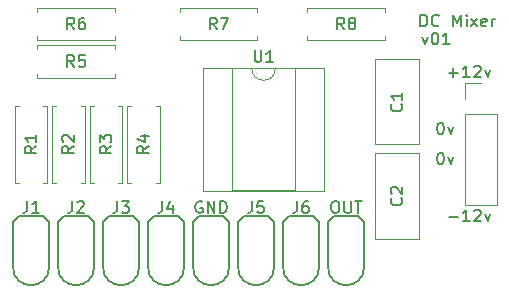
<source format=gto>
%TF.GenerationSoftware,KiCad,Pcbnew,(5.1.8-0-10_14)*%
%TF.CreationDate,2021-01-31T16:12:45+00:00*%
%TF.ProjectId,dc-mixer,64632d6d-6978-4657-922e-6b696361645f,rev?*%
%TF.SameCoordinates,Original*%
%TF.FileFunction,Legend,Top*%
%TF.FilePolarity,Positive*%
%FSLAX46Y46*%
G04 Gerber Fmt 4.6, Leading zero omitted, Abs format (unit mm)*
G04 Created by KiCad (PCBNEW (5.1.8-0-10_14)) date 2021-01-31 16:12:45*
%MOMM*%
%LPD*%
G01*
G04 APERTURE LIST*
%ADD10C,0.150000*%
%ADD11C,0.120000*%
%ADD12C,0.152400*%
G04 APERTURE END LIST*
D10*
X144859523Y-105195714D02*
X145097619Y-105862380D01*
X145335714Y-105195714D01*
X145907142Y-104862380D02*
X146002380Y-104862380D01*
X146097619Y-104910000D01*
X146145238Y-104957619D01*
X146192857Y-105052857D01*
X146240476Y-105243333D01*
X146240476Y-105481428D01*
X146192857Y-105671904D01*
X146145238Y-105767142D01*
X146097619Y-105814761D01*
X146002380Y-105862380D01*
X145907142Y-105862380D01*
X145811904Y-105814761D01*
X145764285Y-105767142D01*
X145716666Y-105671904D01*
X145669047Y-105481428D01*
X145669047Y-105243333D01*
X145716666Y-105052857D01*
X145764285Y-104957619D01*
X145811904Y-104910000D01*
X145907142Y-104862380D01*
X147192857Y-105862380D02*
X146621428Y-105862380D01*
X146907142Y-105862380D02*
X146907142Y-104862380D01*
X146811904Y-105005238D01*
X146716666Y-105100476D01*
X146621428Y-105148095D01*
X146383428Y-115022380D02*
X146478666Y-115022380D01*
X146573904Y-115070000D01*
X146621523Y-115117619D01*
X146669142Y-115212857D01*
X146716761Y-115403333D01*
X146716761Y-115641428D01*
X146669142Y-115831904D01*
X146621523Y-115927142D01*
X146573904Y-115974761D01*
X146478666Y-116022380D01*
X146383428Y-116022380D01*
X146288190Y-115974761D01*
X146240571Y-115927142D01*
X146192952Y-115831904D01*
X146145333Y-115641428D01*
X146145333Y-115403333D01*
X146192952Y-115212857D01*
X146240571Y-115117619D01*
X146288190Y-115070000D01*
X146383428Y-115022380D01*
X147050095Y-115355714D02*
X147288190Y-116022380D01*
X147526285Y-115355714D01*
X146383428Y-112482380D02*
X146478666Y-112482380D01*
X146573904Y-112530000D01*
X146621523Y-112577619D01*
X146669142Y-112672857D01*
X146716761Y-112863333D01*
X146716761Y-113101428D01*
X146669142Y-113291904D01*
X146621523Y-113387142D01*
X146573904Y-113434761D01*
X146478666Y-113482380D01*
X146383428Y-113482380D01*
X146288190Y-113434761D01*
X146240571Y-113387142D01*
X146192952Y-113291904D01*
X146145333Y-113101428D01*
X146145333Y-112863333D01*
X146192952Y-112672857D01*
X146240571Y-112577619D01*
X146288190Y-112530000D01*
X146383428Y-112482380D01*
X147050095Y-112815714D02*
X147288190Y-113482380D01*
X147526285Y-112815714D01*
X147129714Y-120467428D02*
X147891619Y-120467428D01*
X148891619Y-120848380D02*
X148320190Y-120848380D01*
X148605904Y-120848380D02*
X148605904Y-119848380D01*
X148510666Y-119991238D01*
X148415428Y-120086476D01*
X148320190Y-120134095D01*
X149272571Y-119943619D02*
X149320190Y-119896000D01*
X149415428Y-119848380D01*
X149653523Y-119848380D01*
X149748761Y-119896000D01*
X149796380Y-119943619D01*
X149844000Y-120038857D01*
X149844000Y-120134095D01*
X149796380Y-120276952D01*
X149224952Y-120848380D01*
X149844000Y-120848380D01*
X150177333Y-120181714D02*
X150415428Y-120848380D01*
X150653523Y-120181714D01*
X147129714Y-108275428D02*
X147891619Y-108275428D01*
X147510666Y-108656380D02*
X147510666Y-107894476D01*
X148891619Y-108656380D02*
X148320190Y-108656380D01*
X148605904Y-108656380D02*
X148605904Y-107656380D01*
X148510666Y-107799238D01*
X148415428Y-107894476D01*
X148320190Y-107942095D01*
X149272571Y-107751619D02*
X149320190Y-107704000D01*
X149415428Y-107656380D01*
X149653523Y-107656380D01*
X149748761Y-107704000D01*
X149796380Y-107751619D01*
X149844000Y-107846857D01*
X149844000Y-107942095D01*
X149796380Y-108084952D01*
X149224952Y-108656380D01*
X149844000Y-108656380D01*
X150177333Y-107989714D02*
X150415428Y-108656380D01*
X150653523Y-107989714D01*
X144732761Y-104338380D02*
X144732761Y-103338380D01*
X144970857Y-103338380D01*
X145113714Y-103386000D01*
X145208952Y-103481238D01*
X145256571Y-103576476D01*
X145304190Y-103766952D01*
X145304190Y-103909809D01*
X145256571Y-104100285D01*
X145208952Y-104195523D01*
X145113714Y-104290761D01*
X144970857Y-104338380D01*
X144732761Y-104338380D01*
X146304190Y-104243142D02*
X146256571Y-104290761D01*
X146113714Y-104338380D01*
X146018476Y-104338380D01*
X145875619Y-104290761D01*
X145780380Y-104195523D01*
X145732761Y-104100285D01*
X145685142Y-103909809D01*
X145685142Y-103766952D01*
X145732761Y-103576476D01*
X145780380Y-103481238D01*
X145875619Y-103386000D01*
X146018476Y-103338380D01*
X146113714Y-103338380D01*
X146256571Y-103386000D01*
X146304190Y-103433619D01*
X147494666Y-104338380D02*
X147494666Y-103338380D01*
X147828000Y-104052666D01*
X148161333Y-103338380D01*
X148161333Y-104338380D01*
X148637523Y-104338380D02*
X148637523Y-103671714D01*
X148637523Y-103338380D02*
X148589904Y-103386000D01*
X148637523Y-103433619D01*
X148685142Y-103386000D01*
X148637523Y-103338380D01*
X148637523Y-103433619D01*
X149018476Y-104338380D02*
X149542285Y-103671714D01*
X149018476Y-103671714D02*
X149542285Y-104338380D01*
X150304190Y-104290761D02*
X150208952Y-104338380D01*
X150018476Y-104338380D01*
X149923238Y-104290761D01*
X149875619Y-104195523D01*
X149875619Y-103814571D01*
X149923238Y-103719333D01*
X150018476Y-103671714D01*
X150208952Y-103671714D01*
X150304190Y-103719333D01*
X150351809Y-103814571D01*
X150351809Y-103909809D01*
X149875619Y-104005047D01*
X150780380Y-104338380D02*
X150780380Y-103671714D01*
X150780380Y-103862190D02*
X150828000Y-103766952D01*
X150875619Y-103719333D01*
X150970857Y-103671714D01*
X151066095Y-103671714D01*
D11*
%TO.C,C1*%
X144618000Y-107084000D02*
X144618000Y-114324000D01*
X140878000Y-107084000D02*
X140878000Y-114324000D01*
X144618000Y-107084000D02*
X140878000Y-107084000D01*
X144618000Y-114324000D02*
X140878000Y-114324000D01*
%TO.C,C2*%
X144618000Y-122325000D02*
X140878000Y-122325000D01*
X144618000Y-115085000D02*
X140878000Y-115085000D01*
X140878000Y-115085000D02*
X140878000Y-122325000D01*
X144618000Y-115085000D02*
X144618000Y-122325000D01*
D12*
%TO.C,J1*%
X110236000Y-120904000D02*
X110236000Y-124714000D01*
X110744000Y-120396000D02*
X110236000Y-120904000D01*
X112776000Y-120396000D02*
X110744000Y-120396000D01*
X113284000Y-120904000D02*
X112776000Y-120396000D01*
X113284000Y-124714000D02*
X113284000Y-120904000D01*
X113284000Y-124714000D02*
G75*
G02*
X110236000Y-124714000I-1524000J0D01*
G01*
%TO.C,J2*%
X117094000Y-124714000D02*
X117094000Y-120904000D01*
X117094000Y-120904000D02*
X116586000Y-120396000D01*
X116586000Y-120396000D02*
X114554000Y-120396000D01*
X114554000Y-120396000D02*
X114046000Y-120904000D01*
X114046000Y-120904000D02*
X114046000Y-124714000D01*
X117094000Y-124714000D02*
G75*
G02*
X114046000Y-124714000I-1524000J0D01*
G01*
%TO.C,J3*%
X117856000Y-120904000D02*
X117856000Y-124714000D01*
X118364000Y-120396000D02*
X117856000Y-120904000D01*
X120396000Y-120396000D02*
X118364000Y-120396000D01*
X120904000Y-120904000D02*
X120396000Y-120396000D01*
X120904000Y-124714000D02*
X120904000Y-120904000D01*
X120904000Y-124714000D02*
G75*
G02*
X117856000Y-124714000I-1524000J0D01*
G01*
%TO.C,J4*%
X124714000Y-124714000D02*
X124714000Y-120904000D01*
X124714000Y-120904000D02*
X124206000Y-120396000D01*
X124206000Y-120396000D02*
X122174000Y-120396000D01*
X122174000Y-120396000D02*
X121666000Y-120904000D01*
X121666000Y-120904000D02*
X121666000Y-124714000D01*
X124714000Y-124714000D02*
G75*
G02*
X121666000Y-124714000I-1524000J0D01*
G01*
%TO.C,J5*%
X132334000Y-124714000D02*
X132334000Y-120904000D01*
X132334000Y-120904000D02*
X131826000Y-120396000D01*
X131826000Y-120396000D02*
X129794000Y-120396000D01*
X129794000Y-120396000D02*
X129286000Y-120904000D01*
X129286000Y-120904000D02*
X129286000Y-124714000D01*
X132334000Y-124714000D02*
G75*
G02*
X129286000Y-124714000I-1524000J0D01*
G01*
%TO.C,J6*%
X133096000Y-120904000D02*
X133096000Y-124714000D01*
X133604000Y-120396000D02*
X133096000Y-120904000D01*
X135636000Y-120396000D02*
X133604000Y-120396000D01*
X136144000Y-120904000D02*
X135636000Y-120396000D01*
X136144000Y-124714000D02*
X136144000Y-120904000D01*
X136144000Y-124714000D02*
G75*
G02*
X133096000Y-124714000I-1524000J0D01*
G01*
%TO.C,OUT*%
X136906000Y-120904000D02*
X136906000Y-124714000D01*
X137414000Y-120396000D02*
X136906000Y-120904000D01*
X139446000Y-120396000D02*
X137414000Y-120396000D01*
X139954000Y-120904000D02*
X139446000Y-120396000D01*
X139954000Y-124714000D02*
X139954000Y-120904000D01*
X139954000Y-124714000D02*
G75*
G02*
X136906000Y-124714000I-1524000J0D01*
G01*
D11*
%TO.C,J8*%
X148530000Y-109160000D02*
X149860000Y-109160000D01*
X148530000Y-110490000D02*
X148530000Y-109160000D01*
X148530000Y-111760000D02*
X151190000Y-111760000D01*
X151190000Y-111760000D02*
X151190000Y-119440000D01*
X148530000Y-111760000D02*
X148530000Y-119440000D01*
X148530000Y-119440000D02*
X151190000Y-119440000D01*
D12*
%TO.C,GND*%
X128524000Y-124714000D02*
X128524000Y-120904000D01*
X128524000Y-120904000D02*
X128016000Y-120396000D01*
X128016000Y-120396000D02*
X125984000Y-120396000D01*
X125984000Y-120396000D02*
X125476000Y-120904000D01*
X125476000Y-120904000D02*
X125476000Y-124714000D01*
X128524000Y-124714000D02*
G75*
G02*
X125476000Y-124714000I-1524000J0D01*
G01*
D11*
%TO.C,R1*%
X110390000Y-117570000D02*
X110720000Y-117570000D01*
X110390000Y-111030000D02*
X110390000Y-117570000D01*
X110720000Y-111030000D02*
X110390000Y-111030000D01*
X113130000Y-117570000D02*
X112800000Y-117570000D01*
X113130000Y-111030000D02*
X113130000Y-117570000D01*
X112800000Y-111030000D02*
X113130000Y-111030000D01*
%TO.C,R2*%
X115975000Y-111030000D02*
X116305000Y-111030000D01*
X116305000Y-111030000D02*
X116305000Y-117570000D01*
X116305000Y-117570000D02*
X115975000Y-117570000D01*
X113895000Y-111030000D02*
X113565000Y-111030000D01*
X113565000Y-111030000D02*
X113565000Y-117570000D01*
X113565000Y-117570000D02*
X113895000Y-117570000D01*
%TO.C,R3*%
X116740000Y-117570000D02*
X117070000Y-117570000D01*
X116740000Y-111030000D02*
X116740000Y-117570000D01*
X117070000Y-111030000D02*
X116740000Y-111030000D01*
X119480000Y-117570000D02*
X119150000Y-117570000D01*
X119480000Y-111030000D02*
X119480000Y-117570000D01*
X119150000Y-111030000D02*
X119480000Y-111030000D01*
%TO.C,R4*%
X122325000Y-111030000D02*
X122655000Y-111030000D01*
X122655000Y-111030000D02*
X122655000Y-117570000D01*
X122655000Y-117570000D02*
X122325000Y-117570000D01*
X120245000Y-111030000D02*
X119915000Y-111030000D01*
X119915000Y-111030000D02*
X119915000Y-117570000D01*
X119915000Y-117570000D02*
X120245000Y-117570000D01*
%TO.C,R5*%
X112300000Y-105945000D02*
X112300000Y-106275000D01*
X118840000Y-105945000D02*
X112300000Y-105945000D01*
X118840000Y-106275000D02*
X118840000Y-105945000D01*
X112300000Y-108685000D02*
X112300000Y-108355000D01*
X118840000Y-108685000D02*
X112300000Y-108685000D01*
X118840000Y-108355000D02*
X118840000Y-108685000D01*
%TO.C,R6*%
X118840000Y-105180000D02*
X118840000Y-105510000D01*
X118840000Y-105510000D02*
X112300000Y-105510000D01*
X112300000Y-105510000D02*
X112300000Y-105180000D01*
X118840000Y-103100000D02*
X118840000Y-102770000D01*
X118840000Y-102770000D02*
X112300000Y-102770000D01*
X112300000Y-102770000D02*
X112300000Y-103100000D01*
%TO.C,R7*%
X124365000Y-102770000D02*
X124365000Y-103100000D01*
X130905000Y-102770000D02*
X124365000Y-102770000D01*
X130905000Y-103100000D02*
X130905000Y-102770000D01*
X124365000Y-105510000D02*
X124365000Y-105180000D01*
X130905000Y-105510000D02*
X124365000Y-105510000D01*
X130905000Y-105180000D02*
X130905000Y-105510000D01*
%TO.C,R8*%
X141700000Y-105510000D02*
X141700000Y-105180000D01*
X135160000Y-105510000D02*
X141700000Y-105510000D01*
X135160000Y-105180000D02*
X135160000Y-105510000D01*
X141700000Y-102770000D02*
X141700000Y-103100000D01*
X135160000Y-102770000D02*
X141700000Y-102770000D01*
X135160000Y-103100000D02*
X135160000Y-102770000D01*
%TO.C,U1*%
X136585000Y-107830000D02*
X126305000Y-107830000D01*
X136585000Y-118230000D02*
X136585000Y-107830000D01*
X126305000Y-118230000D02*
X136585000Y-118230000D01*
X126305000Y-107830000D02*
X126305000Y-118230000D01*
X134095000Y-107890000D02*
X132445000Y-107890000D01*
X134095000Y-118170000D02*
X134095000Y-107890000D01*
X128795000Y-118170000D02*
X134095000Y-118170000D01*
X128795000Y-107890000D02*
X128795000Y-118170000D01*
X130445000Y-107890000D02*
X128795000Y-107890000D01*
X132445000Y-107890000D02*
G75*
G02*
X130445000Y-107890000I-1000000J0D01*
G01*
%TO.C,C1*%
D10*
X143105142Y-110910666D02*
X143152761Y-110958285D01*
X143200380Y-111101142D01*
X143200380Y-111196380D01*
X143152761Y-111339238D01*
X143057523Y-111434476D01*
X142962285Y-111482095D01*
X142771809Y-111529714D01*
X142628952Y-111529714D01*
X142438476Y-111482095D01*
X142343238Y-111434476D01*
X142248000Y-111339238D01*
X142200380Y-111196380D01*
X142200380Y-111101142D01*
X142248000Y-110958285D01*
X142295619Y-110910666D01*
X143200380Y-109958285D02*
X143200380Y-110529714D01*
X143200380Y-110244000D02*
X142200380Y-110244000D01*
X142343238Y-110339238D01*
X142438476Y-110434476D01*
X142486095Y-110529714D01*
%TO.C,C2*%
X143105142Y-118871666D02*
X143152761Y-118919285D01*
X143200380Y-119062142D01*
X143200380Y-119157380D01*
X143152761Y-119300238D01*
X143057523Y-119395476D01*
X142962285Y-119443095D01*
X142771809Y-119490714D01*
X142628952Y-119490714D01*
X142438476Y-119443095D01*
X142343238Y-119395476D01*
X142248000Y-119300238D01*
X142200380Y-119157380D01*
X142200380Y-119062142D01*
X142248000Y-118919285D01*
X142295619Y-118871666D01*
X142295619Y-118490714D02*
X142248000Y-118443095D01*
X142200380Y-118347857D01*
X142200380Y-118109761D01*
X142248000Y-118014523D01*
X142295619Y-117966904D01*
X142390857Y-117919285D01*
X142486095Y-117919285D01*
X142628952Y-117966904D01*
X143200380Y-118538333D01*
X143200380Y-117919285D01*
%TO.C,J1*%
X111426666Y-119122380D02*
X111426666Y-119836666D01*
X111379047Y-119979523D01*
X111283809Y-120074761D01*
X111140952Y-120122380D01*
X111045714Y-120122380D01*
X112426666Y-120122380D02*
X111855238Y-120122380D01*
X112140952Y-120122380D02*
X112140952Y-119122380D01*
X112045714Y-119265238D01*
X111950476Y-119360476D01*
X111855238Y-119408095D01*
%TO.C,J2*%
X115236666Y-119122380D02*
X115236666Y-119836666D01*
X115189047Y-119979523D01*
X115093809Y-120074761D01*
X114950952Y-120122380D01*
X114855714Y-120122380D01*
X115665238Y-119217619D02*
X115712857Y-119170000D01*
X115808095Y-119122380D01*
X116046190Y-119122380D01*
X116141428Y-119170000D01*
X116189047Y-119217619D01*
X116236666Y-119312857D01*
X116236666Y-119408095D01*
X116189047Y-119550952D01*
X115617619Y-120122380D01*
X116236666Y-120122380D01*
%TO.C,J3*%
X119046666Y-119122380D02*
X119046666Y-119836666D01*
X118999047Y-119979523D01*
X118903809Y-120074761D01*
X118760952Y-120122380D01*
X118665714Y-120122380D01*
X119427619Y-119122380D02*
X120046666Y-119122380D01*
X119713333Y-119503333D01*
X119856190Y-119503333D01*
X119951428Y-119550952D01*
X119999047Y-119598571D01*
X120046666Y-119693809D01*
X120046666Y-119931904D01*
X119999047Y-120027142D01*
X119951428Y-120074761D01*
X119856190Y-120122380D01*
X119570476Y-120122380D01*
X119475238Y-120074761D01*
X119427619Y-120027142D01*
%TO.C,J4*%
X122856666Y-119122380D02*
X122856666Y-119836666D01*
X122809047Y-119979523D01*
X122713809Y-120074761D01*
X122570952Y-120122380D01*
X122475714Y-120122380D01*
X123761428Y-119455714D02*
X123761428Y-120122380D01*
X123523333Y-119074761D02*
X123285238Y-119789047D01*
X123904285Y-119789047D01*
%TO.C,J5*%
X130476666Y-119122380D02*
X130476666Y-119836666D01*
X130429047Y-119979523D01*
X130333809Y-120074761D01*
X130190952Y-120122380D01*
X130095714Y-120122380D01*
X131429047Y-119122380D02*
X130952857Y-119122380D01*
X130905238Y-119598571D01*
X130952857Y-119550952D01*
X131048095Y-119503333D01*
X131286190Y-119503333D01*
X131381428Y-119550952D01*
X131429047Y-119598571D01*
X131476666Y-119693809D01*
X131476666Y-119931904D01*
X131429047Y-120027142D01*
X131381428Y-120074761D01*
X131286190Y-120122380D01*
X131048095Y-120122380D01*
X130952857Y-120074761D01*
X130905238Y-120027142D01*
%TO.C,J6*%
X134286666Y-119122380D02*
X134286666Y-119836666D01*
X134239047Y-119979523D01*
X134143809Y-120074761D01*
X134000952Y-120122380D01*
X133905714Y-120122380D01*
X135191428Y-119122380D02*
X135000952Y-119122380D01*
X134905714Y-119170000D01*
X134858095Y-119217619D01*
X134762857Y-119360476D01*
X134715238Y-119550952D01*
X134715238Y-119931904D01*
X134762857Y-120027142D01*
X134810476Y-120074761D01*
X134905714Y-120122380D01*
X135096190Y-120122380D01*
X135191428Y-120074761D01*
X135239047Y-120027142D01*
X135286666Y-119931904D01*
X135286666Y-119693809D01*
X135239047Y-119598571D01*
X135191428Y-119550952D01*
X135096190Y-119503333D01*
X134905714Y-119503333D01*
X134810476Y-119550952D01*
X134762857Y-119598571D01*
X134715238Y-119693809D01*
%TO.C,OUT*%
X137430000Y-119122380D02*
X137620476Y-119122380D01*
X137715714Y-119170000D01*
X137810952Y-119265238D01*
X137858571Y-119455714D01*
X137858571Y-119789047D01*
X137810952Y-119979523D01*
X137715714Y-120074761D01*
X137620476Y-120122380D01*
X137430000Y-120122380D01*
X137334761Y-120074761D01*
X137239523Y-119979523D01*
X137191904Y-119789047D01*
X137191904Y-119455714D01*
X137239523Y-119265238D01*
X137334761Y-119170000D01*
X137430000Y-119122380D01*
X138287142Y-119122380D02*
X138287142Y-119931904D01*
X138334761Y-120027142D01*
X138382380Y-120074761D01*
X138477619Y-120122380D01*
X138668095Y-120122380D01*
X138763333Y-120074761D01*
X138810952Y-120027142D01*
X138858571Y-119931904D01*
X138858571Y-119122380D01*
X139191904Y-119122380D02*
X139763333Y-119122380D01*
X139477619Y-120122380D02*
X139477619Y-119122380D01*
%TO.C,GND*%
X126238095Y-119170000D02*
X126142857Y-119122380D01*
X126000000Y-119122380D01*
X125857142Y-119170000D01*
X125761904Y-119265238D01*
X125714285Y-119360476D01*
X125666666Y-119550952D01*
X125666666Y-119693809D01*
X125714285Y-119884285D01*
X125761904Y-119979523D01*
X125857142Y-120074761D01*
X126000000Y-120122380D01*
X126095238Y-120122380D01*
X126238095Y-120074761D01*
X126285714Y-120027142D01*
X126285714Y-119693809D01*
X126095238Y-119693809D01*
X126714285Y-120122380D02*
X126714285Y-119122380D01*
X127285714Y-120122380D01*
X127285714Y-119122380D01*
X127761904Y-120122380D02*
X127761904Y-119122380D01*
X128000000Y-119122380D01*
X128142857Y-119170000D01*
X128238095Y-119265238D01*
X128285714Y-119360476D01*
X128333333Y-119550952D01*
X128333333Y-119693809D01*
X128285714Y-119884285D01*
X128238095Y-119979523D01*
X128142857Y-120074761D01*
X128000000Y-120122380D01*
X127761904Y-120122380D01*
%TO.C,R1*%
X112212380Y-114466666D02*
X111736190Y-114800000D01*
X112212380Y-115038095D02*
X111212380Y-115038095D01*
X111212380Y-114657142D01*
X111260000Y-114561904D01*
X111307619Y-114514285D01*
X111402857Y-114466666D01*
X111545714Y-114466666D01*
X111640952Y-114514285D01*
X111688571Y-114561904D01*
X111736190Y-114657142D01*
X111736190Y-115038095D01*
X112212380Y-113514285D02*
X112212380Y-114085714D01*
X112212380Y-113800000D02*
X111212380Y-113800000D01*
X111355238Y-113895238D01*
X111450476Y-113990476D01*
X111498095Y-114085714D01*
%TO.C,R2*%
X115387380Y-114466666D02*
X114911190Y-114800000D01*
X115387380Y-115038095D02*
X114387380Y-115038095D01*
X114387380Y-114657142D01*
X114435000Y-114561904D01*
X114482619Y-114514285D01*
X114577857Y-114466666D01*
X114720714Y-114466666D01*
X114815952Y-114514285D01*
X114863571Y-114561904D01*
X114911190Y-114657142D01*
X114911190Y-115038095D01*
X114482619Y-114085714D02*
X114435000Y-114038095D01*
X114387380Y-113942857D01*
X114387380Y-113704761D01*
X114435000Y-113609523D01*
X114482619Y-113561904D01*
X114577857Y-113514285D01*
X114673095Y-113514285D01*
X114815952Y-113561904D01*
X115387380Y-114133333D01*
X115387380Y-113514285D01*
%TO.C,R3*%
X118562380Y-114466666D02*
X118086190Y-114800000D01*
X118562380Y-115038095D02*
X117562380Y-115038095D01*
X117562380Y-114657142D01*
X117610000Y-114561904D01*
X117657619Y-114514285D01*
X117752857Y-114466666D01*
X117895714Y-114466666D01*
X117990952Y-114514285D01*
X118038571Y-114561904D01*
X118086190Y-114657142D01*
X118086190Y-115038095D01*
X117562380Y-114133333D02*
X117562380Y-113514285D01*
X117943333Y-113847619D01*
X117943333Y-113704761D01*
X117990952Y-113609523D01*
X118038571Y-113561904D01*
X118133809Y-113514285D01*
X118371904Y-113514285D01*
X118467142Y-113561904D01*
X118514761Y-113609523D01*
X118562380Y-113704761D01*
X118562380Y-113990476D01*
X118514761Y-114085714D01*
X118467142Y-114133333D01*
%TO.C,R4*%
X121737380Y-114466666D02*
X121261190Y-114800000D01*
X121737380Y-115038095D02*
X120737380Y-115038095D01*
X120737380Y-114657142D01*
X120785000Y-114561904D01*
X120832619Y-114514285D01*
X120927857Y-114466666D01*
X121070714Y-114466666D01*
X121165952Y-114514285D01*
X121213571Y-114561904D01*
X121261190Y-114657142D01*
X121261190Y-115038095D01*
X121070714Y-113609523D02*
X121737380Y-113609523D01*
X120689761Y-113847619D02*
X121404047Y-114085714D01*
X121404047Y-113466666D01*
%TO.C,R5*%
X115403333Y-107767380D02*
X115070000Y-107291190D01*
X114831904Y-107767380D02*
X114831904Y-106767380D01*
X115212857Y-106767380D01*
X115308095Y-106815000D01*
X115355714Y-106862619D01*
X115403333Y-106957857D01*
X115403333Y-107100714D01*
X115355714Y-107195952D01*
X115308095Y-107243571D01*
X115212857Y-107291190D01*
X114831904Y-107291190D01*
X116308095Y-106767380D02*
X115831904Y-106767380D01*
X115784285Y-107243571D01*
X115831904Y-107195952D01*
X115927142Y-107148333D01*
X116165238Y-107148333D01*
X116260476Y-107195952D01*
X116308095Y-107243571D01*
X116355714Y-107338809D01*
X116355714Y-107576904D01*
X116308095Y-107672142D01*
X116260476Y-107719761D01*
X116165238Y-107767380D01*
X115927142Y-107767380D01*
X115831904Y-107719761D01*
X115784285Y-107672142D01*
%TO.C,R6*%
X115403333Y-104592380D02*
X115070000Y-104116190D01*
X114831904Y-104592380D02*
X114831904Y-103592380D01*
X115212857Y-103592380D01*
X115308095Y-103640000D01*
X115355714Y-103687619D01*
X115403333Y-103782857D01*
X115403333Y-103925714D01*
X115355714Y-104020952D01*
X115308095Y-104068571D01*
X115212857Y-104116190D01*
X114831904Y-104116190D01*
X116260476Y-103592380D02*
X116070000Y-103592380D01*
X115974761Y-103640000D01*
X115927142Y-103687619D01*
X115831904Y-103830476D01*
X115784285Y-104020952D01*
X115784285Y-104401904D01*
X115831904Y-104497142D01*
X115879523Y-104544761D01*
X115974761Y-104592380D01*
X116165238Y-104592380D01*
X116260476Y-104544761D01*
X116308095Y-104497142D01*
X116355714Y-104401904D01*
X116355714Y-104163809D01*
X116308095Y-104068571D01*
X116260476Y-104020952D01*
X116165238Y-103973333D01*
X115974761Y-103973333D01*
X115879523Y-104020952D01*
X115831904Y-104068571D01*
X115784285Y-104163809D01*
%TO.C,R7*%
X127468333Y-104592380D02*
X127135000Y-104116190D01*
X126896904Y-104592380D02*
X126896904Y-103592380D01*
X127277857Y-103592380D01*
X127373095Y-103640000D01*
X127420714Y-103687619D01*
X127468333Y-103782857D01*
X127468333Y-103925714D01*
X127420714Y-104020952D01*
X127373095Y-104068571D01*
X127277857Y-104116190D01*
X126896904Y-104116190D01*
X127801666Y-103592380D02*
X128468333Y-103592380D01*
X128039761Y-104592380D01*
%TO.C,R8*%
X138263333Y-104592380D02*
X137930000Y-104116190D01*
X137691904Y-104592380D02*
X137691904Y-103592380D01*
X138072857Y-103592380D01*
X138168095Y-103640000D01*
X138215714Y-103687619D01*
X138263333Y-103782857D01*
X138263333Y-103925714D01*
X138215714Y-104020952D01*
X138168095Y-104068571D01*
X138072857Y-104116190D01*
X137691904Y-104116190D01*
X138834761Y-104020952D02*
X138739523Y-103973333D01*
X138691904Y-103925714D01*
X138644285Y-103830476D01*
X138644285Y-103782857D01*
X138691904Y-103687619D01*
X138739523Y-103640000D01*
X138834761Y-103592380D01*
X139025238Y-103592380D01*
X139120476Y-103640000D01*
X139168095Y-103687619D01*
X139215714Y-103782857D01*
X139215714Y-103830476D01*
X139168095Y-103925714D01*
X139120476Y-103973333D01*
X139025238Y-104020952D01*
X138834761Y-104020952D01*
X138739523Y-104068571D01*
X138691904Y-104116190D01*
X138644285Y-104211428D01*
X138644285Y-104401904D01*
X138691904Y-104497142D01*
X138739523Y-104544761D01*
X138834761Y-104592380D01*
X139025238Y-104592380D01*
X139120476Y-104544761D01*
X139168095Y-104497142D01*
X139215714Y-104401904D01*
X139215714Y-104211428D01*
X139168095Y-104116190D01*
X139120476Y-104068571D01*
X139025238Y-104020952D01*
%TO.C,U1*%
X130683095Y-106342380D02*
X130683095Y-107151904D01*
X130730714Y-107247142D01*
X130778333Y-107294761D01*
X130873571Y-107342380D01*
X131064047Y-107342380D01*
X131159285Y-107294761D01*
X131206904Y-107247142D01*
X131254523Y-107151904D01*
X131254523Y-106342380D01*
X132254523Y-107342380D02*
X131683095Y-107342380D01*
X131968809Y-107342380D02*
X131968809Y-106342380D01*
X131873571Y-106485238D01*
X131778333Y-106580476D01*
X131683095Y-106628095D01*
%TD*%
M02*

</source>
